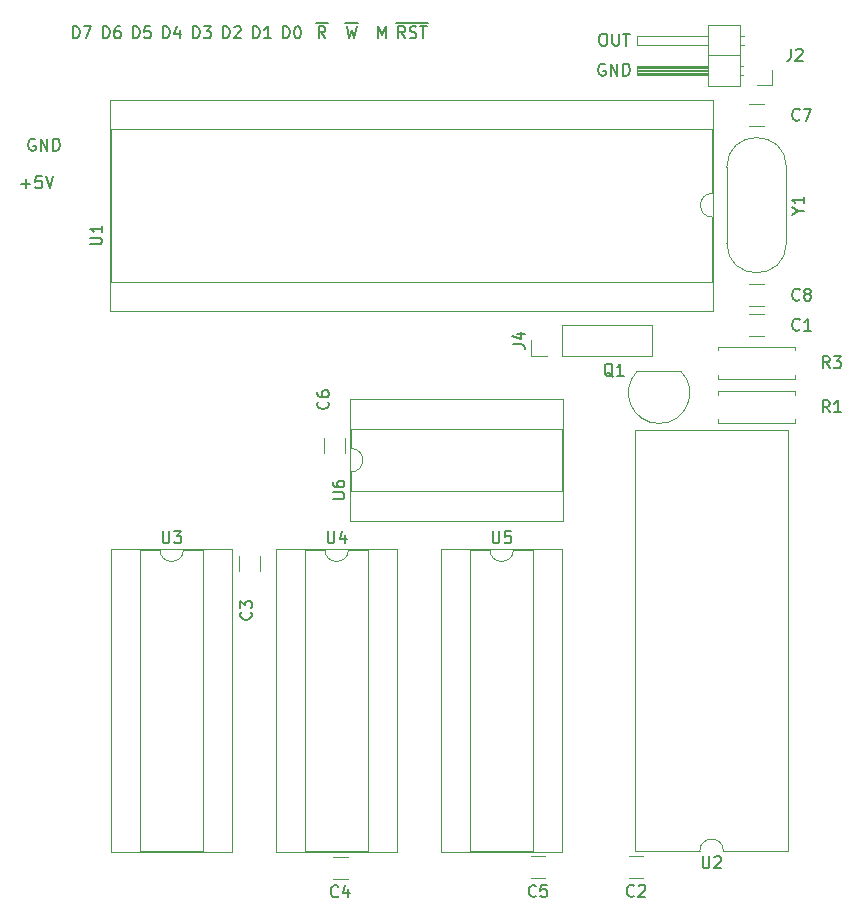
<source format=gbr>
%TF.GenerationSoftware,KiCad,Pcbnew,(6.0.4)*%
%TF.CreationDate,2022-05-02T18:26:09+02:00*%
%TF.ProjectId,TMS9918,544d5339-3931-4382-9e6b-696361645f70,1.2*%
%TF.SameCoordinates,Original*%
%TF.FileFunction,Legend,Top*%
%TF.FilePolarity,Positive*%
%FSLAX46Y46*%
G04 Gerber Fmt 4.6, Leading zero omitted, Abs format (unit mm)*
G04 Created by KiCad (PCBNEW (6.0.4)) date 2022-05-02 18:26:09*
%MOMM*%
%LPD*%
G01*
G04 APERTURE LIST*
%ADD10C,0.150000*%
%ADD11C,0.120000*%
G04 APERTURE END LIST*
D10*
X55141904Y-62047380D02*
X55141904Y-61047380D01*
X55380000Y-61047380D01*
X55522857Y-61095000D01*
X55618095Y-61190238D01*
X55665714Y-61285476D01*
X55713333Y-61475952D01*
X55713333Y-61618809D01*
X55665714Y-61809285D01*
X55618095Y-61904523D01*
X55522857Y-61999761D01*
X55380000Y-62047380D01*
X55141904Y-62047380D01*
X56618095Y-61047380D02*
X56141904Y-61047380D01*
X56094285Y-61523571D01*
X56141904Y-61475952D01*
X56237142Y-61428333D01*
X56475238Y-61428333D01*
X56570476Y-61475952D01*
X56618095Y-61523571D01*
X56665714Y-61618809D01*
X56665714Y-61856904D01*
X56618095Y-61952142D01*
X56570476Y-61999761D01*
X56475238Y-62047380D01*
X56237142Y-62047380D01*
X56141904Y-61999761D01*
X56094285Y-61952142D01*
X70620000Y-60765000D02*
X71620000Y-60765000D01*
X71429523Y-62047380D02*
X71096190Y-61571190D01*
X70858095Y-62047380D02*
X70858095Y-61047380D01*
X71239047Y-61047380D01*
X71334285Y-61095000D01*
X71381904Y-61142619D01*
X71429523Y-61237857D01*
X71429523Y-61380714D01*
X71381904Y-61475952D01*
X71334285Y-61523571D01*
X71239047Y-61571190D01*
X70858095Y-61571190D01*
X95123095Y-64270000D02*
X95027857Y-64222380D01*
X94885000Y-64222380D01*
X94742142Y-64270000D01*
X94646904Y-64365238D01*
X94599285Y-64460476D01*
X94551666Y-64650952D01*
X94551666Y-64793809D01*
X94599285Y-64984285D01*
X94646904Y-65079523D01*
X94742142Y-65174761D01*
X94885000Y-65222380D01*
X94980238Y-65222380D01*
X95123095Y-65174761D01*
X95170714Y-65127142D01*
X95170714Y-64793809D01*
X94980238Y-64793809D01*
X95599285Y-65222380D02*
X95599285Y-64222380D01*
X96170714Y-65222380D01*
X96170714Y-64222380D01*
X96646904Y-65222380D02*
X96646904Y-64222380D01*
X96885000Y-64222380D01*
X97027857Y-64270000D01*
X97123095Y-64365238D01*
X97170714Y-64460476D01*
X97218333Y-64650952D01*
X97218333Y-64793809D01*
X97170714Y-64984285D01*
X97123095Y-65079523D01*
X97027857Y-65174761D01*
X96885000Y-65222380D01*
X96646904Y-65222380D01*
X52601904Y-62047380D02*
X52601904Y-61047380D01*
X52840000Y-61047380D01*
X52982857Y-61095000D01*
X53078095Y-61190238D01*
X53125714Y-61285476D01*
X53173333Y-61475952D01*
X53173333Y-61618809D01*
X53125714Y-61809285D01*
X53078095Y-61904523D01*
X52982857Y-61999761D01*
X52840000Y-62047380D01*
X52601904Y-62047380D01*
X54030476Y-61047380D02*
X53840000Y-61047380D01*
X53744761Y-61095000D01*
X53697142Y-61142619D01*
X53601904Y-61285476D01*
X53554285Y-61475952D01*
X53554285Y-61856904D01*
X53601904Y-61952142D01*
X53649523Y-61999761D01*
X53744761Y-62047380D01*
X53935238Y-62047380D01*
X54030476Y-61999761D01*
X54078095Y-61952142D01*
X54125714Y-61856904D01*
X54125714Y-61618809D01*
X54078095Y-61523571D01*
X54030476Y-61475952D01*
X53935238Y-61428333D01*
X53744761Y-61428333D01*
X53649523Y-61475952D01*
X53601904Y-61523571D01*
X53554285Y-61618809D01*
X45704285Y-74366428D02*
X46466190Y-74366428D01*
X46085238Y-74747380D02*
X46085238Y-73985476D01*
X47418571Y-73747380D02*
X46942380Y-73747380D01*
X46894761Y-74223571D01*
X46942380Y-74175952D01*
X47037619Y-74128333D01*
X47275714Y-74128333D01*
X47370952Y-74175952D01*
X47418571Y-74223571D01*
X47466190Y-74318809D01*
X47466190Y-74556904D01*
X47418571Y-74652142D01*
X47370952Y-74699761D01*
X47275714Y-74747380D01*
X47037619Y-74747380D01*
X46942380Y-74699761D01*
X46894761Y-74652142D01*
X47751904Y-73747380D02*
X48085238Y-74747380D01*
X48418571Y-73747380D01*
X77382857Y-60765000D02*
X78382857Y-60765000D01*
X78192380Y-62047380D02*
X77859047Y-61571190D01*
X77620952Y-62047380D02*
X77620952Y-61047380D01*
X78001904Y-61047380D01*
X78097142Y-61095000D01*
X78144761Y-61142619D01*
X78192380Y-61237857D01*
X78192380Y-61380714D01*
X78144761Y-61475952D01*
X78097142Y-61523571D01*
X78001904Y-61571190D01*
X77620952Y-61571190D01*
X78382857Y-60765000D02*
X79335238Y-60765000D01*
X78573333Y-61999761D02*
X78716190Y-62047380D01*
X78954285Y-62047380D01*
X79049523Y-61999761D01*
X79097142Y-61952142D01*
X79144761Y-61856904D01*
X79144761Y-61761666D01*
X79097142Y-61666428D01*
X79049523Y-61618809D01*
X78954285Y-61571190D01*
X78763809Y-61523571D01*
X78668571Y-61475952D01*
X78620952Y-61428333D01*
X78573333Y-61333095D01*
X78573333Y-61237857D01*
X78620952Y-61142619D01*
X78668571Y-61095000D01*
X78763809Y-61047380D01*
X79001904Y-61047380D01*
X79144761Y-61095000D01*
X79335238Y-60765000D02*
X80097142Y-60765000D01*
X79430476Y-61047380D02*
X80001904Y-61047380D01*
X79716190Y-62047380D02*
X79716190Y-61047380D01*
X57681904Y-62047380D02*
X57681904Y-61047380D01*
X57920000Y-61047380D01*
X58062857Y-61095000D01*
X58158095Y-61190238D01*
X58205714Y-61285476D01*
X58253333Y-61475952D01*
X58253333Y-61618809D01*
X58205714Y-61809285D01*
X58158095Y-61904523D01*
X58062857Y-61999761D01*
X57920000Y-62047380D01*
X57681904Y-62047380D01*
X59110476Y-61380714D02*
X59110476Y-62047380D01*
X58872380Y-60999761D02*
X58634285Y-61714047D01*
X59253333Y-61714047D01*
X50061904Y-62047380D02*
X50061904Y-61047380D01*
X50300000Y-61047380D01*
X50442857Y-61095000D01*
X50538095Y-61190238D01*
X50585714Y-61285476D01*
X50633333Y-61475952D01*
X50633333Y-61618809D01*
X50585714Y-61809285D01*
X50538095Y-61904523D01*
X50442857Y-61999761D01*
X50300000Y-62047380D01*
X50061904Y-62047380D01*
X50966666Y-61047380D02*
X51633333Y-61047380D01*
X51204761Y-62047380D01*
X94885000Y-61682380D02*
X95075476Y-61682380D01*
X95170714Y-61730000D01*
X95265952Y-61825238D01*
X95313571Y-62015714D01*
X95313571Y-62349047D01*
X95265952Y-62539523D01*
X95170714Y-62634761D01*
X95075476Y-62682380D01*
X94885000Y-62682380D01*
X94789761Y-62634761D01*
X94694523Y-62539523D01*
X94646904Y-62349047D01*
X94646904Y-62015714D01*
X94694523Y-61825238D01*
X94789761Y-61730000D01*
X94885000Y-61682380D01*
X95742142Y-61682380D02*
X95742142Y-62491904D01*
X95789761Y-62587142D01*
X95837380Y-62634761D01*
X95932619Y-62682380D01*
X96123095Y-62682380D01*
X96218333Y-62634761D01*
X96265952Y-62587142D01*
X96313571Y-62491904D01*
X96313571Y-61682380D01*
X96646904Y-61682380D02*
X97218333Y-61682380D01*
X96932619Y-62682380D02*
X96932619Y-61682380D01*
X60221904Y-62047380D02*
X60221904Y-61047380D01*
X60460000Y-61047380D01*
X60602857Y-61095000D01*
X60698095Y-61190238D01*
X60745714Y-61285476D01*
X60793333Y-61475952D01*
X60793333Y-61618809D01*
X60745714Y-61809285D01*
X60698095Y-61904523D01*
X60602857Y-61999761D01*
X60460000Y-62047380D01*
X60221904Y-62047380D01*
X61126666Y-61047380D02*
X61745714Y-61047380D01*
X61412380Y-61428333D01*
X61555238Y-61428333D01*
X61650476Y-61475952D01*
X61698095Y-61523571D01*
X61745714Y-61618809D01*
X61745714Y-61856904D01*
X61698095Y-61952142D01*
X61650476Y-61999761D01*
X61555238Y-62047380D01*
X61269523Y-62047380D01*
X61174285Y-61999761D01*
X61126666Y-61952142D01*
X73088571Y-60765000D02*
X74231428Y-60765000D01*
X73231428Y-61047380D02*
X73469523Y-62047380D01*
X73660000Y-61333095D01*
X73850476Y-62047380D01*
X74088571Y-61047380D01*
X46863095Y-70620000D02*
X46767857Y-70572380D01*
X46625000Y-70572380D01*
X46482142Y-70620000D01*
X46386904Y-70715238D01*
X46339285Y-70810476D01*
X46291666Y-71000952D01*
X46291666Y-71143809D01*
X46339285Y-71334285D01*
X46386904Y-71429523D01*
X46482142Y-71524761D01*
X46625000Y-71572380D01*
X46720238Y-71572380D01*
X46863095Y-71524761D01*
X46910714Y-71477142D01*
X46910714Y-71143809D01*
X46720238Y-71143809D01*
X47339285Y-71572380D02*
X47339285Y-70572380D01*
X47910714Y-71572380D01*
X47910714Y-70572380D01*
X48386904Y-71572380D02*
X48386904Y-70572380D01*
X48625000Y-70572380D01*
X48767857Y-70620000D01*
X48863095Y-70715238D01*
X48910714Y-70810476D01*
X48958333Y-71000952D01*
X48958333Y-71143809D01*
X48910714Y-71334285D01*
X48863095Y-71429523D01*
X48767857Y-71524761D01*
X48625000Y-71572380D01*
X48386904Y-71572380D01*
X65301904Y-62047380D02*
X65301904Y-61047380D01*
X65540000Y-61047380D01*
X65682857Y-61095000D01*
X65778095Y-61190238D01*
X65825714Y-61285476D01*
X65873333Y-61475952D01*
X65873333Y-61618809D01*
X65825714Y-61809285D01*
X65778095Y-61904523D01*
X65682857Y-61999761D01*
X65540000Y-62047380D01*
X65301904Y-62047380D01*
X66825714Y-62047380D02*
X66254285Y-62047380D01*
X66540000Y-62047380D02*
X66540000Y-61047380D01*
X66444761Y-61190238D01*
X66349523Y-61285476D01*
X66254285Y-61333095D01*
X75866666Y-62047380D02*
X75866666Y-61047380D01*
X76200000Y-61761666D01*
X76533333Y-61047380D01*
X76533333Y-62047380D01*
X67841904Y-62047380D02*
X67841904Y-61047380D01*
X68080000Y-61047380D01*
X68222857Y-61095000D01*
X68318095Y-61190238D01*
X68365714Y-61285476D01*
X68413333Y-61475952D01*
X68413333Y-61618809D01*
X68365714Y-61809285D01*
X68318095Y-61904523D01*
X68222857Y-61999761D01*
X68080000Y-62047380D01*
X67841904Y-62047380D01*
X69032380Y-61047380D02*
X69127619Y-61047380D01*
X69222857Y-61095000D01*
X69270476Y-61142619D01*
X69318095Y-61237857D01*
X69365714Y-61428333D01*
X69365714Y-61666428D01*
X69318095Y-61856904D01*
X69270476Y-61952142D01*
X69222857Y-61999761D01*
X69127619Y-62047380D01*
X69032380Y-62047380D01*
X68937142Y-61999761D01*
X68889523Y-61952142D01*
X68841904Y-61856904D01*
X68794285Y-61666428D01*
X68794285Y-61428333D01*
X68841904Y-61237857D01*
X68889523Y-61142619D01*
X68937142Y-61095000D01*
X69032380Y-61047380D01*
X62761904Y-62047380D02*
X62761904Y-61047380D01*
X63000000Y-61047380D01*
X63142857Y-61095000D01*
X63238095Y-61190238D01*
X63285714Y-61285476D01*
X63333333Y-61475952D01*
X63333333Y-61618809D01*
X63285714Y-61809285D01*
X63238095Y-61904523D01*
X63142857Y-61999761D01*
X63000000Y-62047380D01*
X62761904Y-62047380D01*
X63714285Y-61142619D02*
X63761904Y-61095000D01*
X63857142Y-61047380D01*
X64095238Y-61047380D01*
X64190476Y-61095000D01*
X64238095Y-61142619D01*
X64285714Y-61237857D01*
X64285714Y-61333095D01*
X64238095Y-61475952D01*
X63666666Y-62047380D01*
X64285714Y-62047380D01*
%TO.C,C8*%
X111593333Y-84177142D02*
X111545714Y-84224761D01*
X111402857Y-84272380D01*
X111307619Y-84272380D01*
X111164761Y-84224761D01*
X111069523Y-84129523D01*
X111021904Y-84034285D01*
X110974285Y-83843809D01*
X110974285Y-83700952D01*
X111021904Y-83510476D01*
X111069523Y-83415238D01*
X111164761Y-83320000D01*
X111307619Y-83272380D01*
X111402857Y-83272380D01*
X111545714Y-83320000D01*
X111593333Y-83367619D01*
X112164761Y-83700952D02*
X112069523Y-83653333D01*
X112021904Y-83605714D01*
X111974285Y-83510476D01*
X111974285Y-83462857D01*
X112021904Y-83367619D01*
X112069523Y-83320000D01*
X112164761Y-83272380D01*
X112355238Y-83272380D01*
X112450476Y-83320000D01*
X112498095Y-83367619D01*
X112545714Y-83462857D01*
X112545714Y-83510476D01*
X112498095Y-83605714D01*
X112450476Y-83653333D01*
X112355238Y-83700952D01*
X112164761Y-83700952D01*
X112069523Y-83748571D01*
X112021904Y-83796190D01*
X111974285Y-83891428D01*
X111974285Y-84081904D01*
X112021904Y-84177142D01*
X112069523Y-84224761D01*
X112164761Y-84272380D01*
X112355238Y-84272380D01*
X112450476Y-84224761D01*
X112498095Y-84177142D01*
X112545714Y-84081904D01*
X112545714Y-83891428D01*
X112498095Y-83796190D01*
X112450476Y-83748571D01*
X112355238Y-83700952D01*
%TO.C,J4*%
X87302380Y-87963333D02*
X88016666Y-87963333D01*
X88159523Y-88010952D01*
X88254761Y-88106190D01*
X88302380Y-88249047D01*
X88302380Y-88344285D01*
X87635714Y-87058571D02*
X88302380Y-87058571D01*
X87254761Y-87296666D02*
X87969047Y-87534761D01*
X87969047Y-86915714D01*
%TO.C,U2*%
X103383095Y-131322380D02*
X103383095Y-132131904D01*
X103430714Y-132227142D01*
X103478333Y-132274761D01*
X103573571Y-132322380D01*
X103764047Y-132322380D01*
X103859285Y-132274761D01*
X103906904Y-132227142D01*
X103954523Y-132131904D01*
X103954523Y-131322380D01*
X104383095Y-131417619D02*
X104430714Y-131370000D01*
X104525952Y-131322380D01*
X104764047Y-131322380D01*
X104859285Y-131370000D01*
X104906904Y-131417619D01*
X104954523Y-131512857D01*
X104954523Y-131608095D01*
X104906904Y-131750952D01*
X104335476Y-132322380D01*
X104954523Y-132322380D01*
%TO.C,U1*%
X51522380Y-79501904D02*
X52331904Y-79501904D01*
X52427142Y-79454285D01*
X52474761Y-79406666D01*
X52522380Y-79311428D01*
X52522380Y-79120952D01*
X52474761Y-79025714D01*
X52427142Y-78978095D01*
X52331904Y-78930476D01*
X51522380Y-78930476D01*
X52522380Y-77930476D02*
X52522380Y-78501904D01*
X52522380Y-78216190D02*
X51522380Y-78216190D01*
X51665238Y-78311428D01*
X51760476Y-78406666D01*
X51808095Y-78501904D01*
%TO.C,Y1*%
X111451190Y-76666190D02*
X111927380Y-76666190D01*
X110927380Y-76999523D02*
X111451190Y-76666190D01*
X110927380Y-76332857D01*
X111927380Y-75475714D02*
X111927380Y-76047142D01*
X111927380Y-75761428D02*
X110927380Y-75761428D01*
X111070238Y-75856666D01*
X111165476Y-75951904D01*
X111213095Y-76047142D01*
%TO.C,U6*%
X72047380Y-101081904D02*
X72856904Y-101081904D01*
X72952142Y-101034285D01*
X72999761Y-100986666D01*
X73047380Y-100891428D01*
X73047380Y-100700952D01*
X72999761Y-100605714D01*
X72952142Y-100558095D01*
X72856904Y-100510476D01*
X72047380Y-100510476D01*
X72047380Y-99605714D02*
X72047380Y-99796190D01*
X72095000Y-99891428D01*
X72142619Y-99939047D01*
X72285476Y-100034285D01*
X72475952Y-100081904D01*
X72856904Y-100081904D01*
X72952142Y-100034285D01*
X72999761Y-99986666D01*
X73047380Y-99891428D01*
X73047380Y-99700952D01*
X72999761Y-99605714D01*
X72952142Y-99558095D01*
X72856904Y-99510476D01*
X72618809Y-99510476D01*
X72523571Y-99558095D01*
X72475952Y-99605714D01*
X72428333Y-99700952D01*
X72428333Y-99891428D01*
X72475952Y-99986666D01*
X72523571Y-100034285D01*
X72618809Y-100081904D01*
%TO.C,C6*%
X71644798Y-92831195D02*
X71692417Y-92878814D01*
X71740036Y-93021671D01*
X71740036Y-93116909D01*
X71692417Y-93259767D01*
X71597179Y-93355005D01*
X71501941Y-93402624D01*
X71311465Y-93450243D01*
X71168608Y-93450243D01*
X70978132Y-93402624D01*
X70882894Y-93355005D01*
X70787656Y-93259767D01*
X70740036Y-93116909D01*
X70740036Y-93021671D01*
X70787656Y-92878814D01*
X70835275Y-92831195D01*
X70740036Y-91974052D02*
X70740036Y-92164529D01*
X70787656Y-92259767D01*
X70835275Y-92307386D01*
X70978132Y-92402624D01*
X71168608Y-92450243D01*
X71549560Y-92450243D01*
X71644798Y-92402624D01*
X71692417Y-92355005D01*
X71740036Y-92259767D01*
X71740036Y-92069290D01*
X71692417Y-91974052D01*
X71644798Y-91926433D01*
X71549560Y-91878814D01*
X71311465Y-91878814D01*
X71216227Y-91926433D01*
X71168608Y-91974052D01*
X71120989Y-92069290D01*
X71120989Y-92259767D01*
X71168608Y-92355005D01*
X71216227Y-92402624D01*
X71311465Y-92450243D01*
%TO.C,C7*%
X111593333Y-68937142D02*
X111545714Y-68984761D01*
X111402857Y-69032380D01*
X111307619Y-69032380D01*
X111164761Y-68984761D01*
X111069523Y-68889523D01*
X111021904Y-68794285D01*
X110974285Y-68603809D01*
X110974285Y-68460952D01*
X111021904Y-68270476D01*
X111069523Y-68175238D01*
X111164761Y-68080000D01*
X111307619Y-68032380D01*
X111402857Y-68032380D01*
X111545714Y-68080000D01*
X111593333Y-68127619D01*
X111926666Y-68032380D02*
X112593333Y-68032380D01*
X112164761Y-69032380D01*
%TO.C,C2*%
X97574190Y-134646692D02*
X97526571Y-134694311D01*
X97383714Y-134741930D01*
X97288476Y-134741930D01*
X97145618Y-134694311D01*
X97050380Y-134599073D01*
X97002761Y-134503835D01*
X96955142Y-134313359D01*
X96955142Y-134170502D01*
X97002761Y-133980026D01*
X97050380Y-133884788D01*
X97145618Y-133789550D01*
X97288476Y-133741930D01*
X97383714Y-133741930D01*
X97526571Y-133789550D01*
X97574190Y-133837169D01*
X97955142Y-133837169D02*
X98002761Y-133789550D01*
X98097999Y-133741930D01*
X98336095Y-133741930D01*
X98431333Y-133789550D01*
X98478952Y-133837169D01*
X98526571Y-133932407D01*
X98526571Y-134027645D01*
X98478952Y-134170502D01*
X97907523Y-134741930D01*
X98526571Y-134741930D01*
%TO.C,C4*%
X72523251Y-134688694D02*
X72475632Y-134736313D01*
X72332775Y-134783932D01*
X72237537Y-134783932D01*
X72094679Y-134736313D01*
X71999441Y-134641075D01*
X71951822Y-134545837D01*
X71904203Y-134355361D01*
X71904203Y-134212504D01*
X71951822Y-134022028D01*
X71999441Y-133926790D01*
X72094679Y-133831552D01*
X72237537Y-133783932D01*
X72332775Y-133783932D01*
X72475632Y-133831552D01*
X72523251Y-133879171D01*
X73380394Y-134117266D02*
X73380394Y-134783932D01*
X73142298Y-133736313D02*
X72904203Y-134450599D01*
X73523251Y-134450599D01*
%TO.C,J2*%
X110861666Y-62947380D02*
X110861666Y-63661666D01*
X110814047Y-63804523D01*
X110718809Y-63899761D01*
X110575952Y-63947380D01*
X110480714Y-63947380D01*
X111290238Y-63042619D02*
X111337857Y-62995000D01*
X111433095Y-62947380D01*
X111671190Y-62947380D01*
X111766428Y-62995000D01*
X111814047Y-63042619D01*
X111861666Y-63137857D01*
X111861666Y-63233095D01*
X111814047Y-63375952D01*
X111242619Y-63947380D01*
X111861666Y-63947380D01*
%TO.C,U5*%
X85608095Y-103807380D02*
X85608095Y-104616904D01*
X85655714Y-104712142D01*
X85703333Y-104759761D01*
X85798571Y-104807380D01*
X85989047Y-104807380D01*
X86084285Y-104759761D01*
X86131904Y-104712142D01*
X86179523Y-104616904D01*
X86179523Y-103807380D01*
X87131904Y-103807380D02*
X86655714Y-103807380D01*
X86608095Y-104283571D01*
X86655714Y-104235952D01*
X86750952Y-104188333D01*
X86989047Y-104188333D01*
X87084285Y-104235952D01*
X87131904Y-104283571D01*
X87179523Y-104378809D01*
X87179523Y-104616904D01*
X87131904Y-104712142D01*
X87084285Y-104759761D01*
X86989047Y-104807380D01*
X86750952Y-104807380D01*
X86655714Y-104759761D01*
X86608095Y-104712142D01*
%TO.C,C3*%
X65127142Y-110656666D02*
X65174761Y-110704285D01*
X65222380Y-110847142D01*
X65222380Y-110942380D01*
X65174761Y-111085238D01*
X65079523Y-111180476D01*
X64984285Y-111228095D01*
X64793809Y-111275714D01*
X64650952Y-111275714D01*
X64460476Y-111228095D01*
X64365238Y-111180476D01*
X64270000Y-111085238D01*
X64222380Y-110942380D01*
X64222380Y-110847142D01*
X64270000Y-110704285D01*
X64317619Y-110656666D01*
X64222380Y-110323333D02*
X64222380Y-109704285D01*
X64603333Y-110037619D01*
X64603333Y-109894761D01*
X64650952Y-109799523D01*
X64698571Y-109751904D01*
X64793809Y-109704285D01*
X65031904Y-109704285D01*
X65127142Y-109751904D01*
X65174761Y-109799523D01*
X65222380Y-109894761D01*
X65222380Y-110180476D01*
X65174761Y-110275714D01*
X65127142Y-110323333D01*
%TO.C,Q1*%
X95789761Y-90717619D02*
X95694523Y-90670000D01*
X95599285Y-90574761D01*
X95456428Y-90431904D01*
X95361190Y-90384285D01*
X95265952Y-90384285D01*
X95313571Y-90622380D02*
X95218333Y-90574761D01*
X95123095Y-90479523D01*
X95075476Y-90289047D01*
X95075476Y-89955714D01*
X95123095Y-89765238D01*
X95218333Y-89670000D01*
X95313571Y-89622380D01*
X95504047Y-89622380D01*
X95599285Y-89670000D01*
X95694523Y-89765238D01*
X95742142Y-89955714D01*
X95742142Y-90289047D01*
X95694523Y-90479523D01*
X95599285Y-90574761D01*
X95504047Y-90622380D01*
X95313571Y-90622380D01*
X96694523Y-90622380D02*
X96123095Y-90622380D01*
X96408809Y-90622380D02*
X96408809Y-89622380D01*
X96313571Y-89765238D01*
X96218333Y-89860476D01*
X96123095Y-89908095D01*
%TO.C,R1*%
X114133333Y-93721926D02*
X113800000Y-93245736D01*
X113561904Y-93721926D02*
X113561904Y-92721926D01*
X113942857Y-92721926D01*
X114038095Y-92769546D01*
X114085714Y-92817165D01*
X114133333Y-92912403D01*
X114133333Y-93055260D01*
X114085714Y-93150498D01*
X114038095Y-93198117D01*
X113942857Y-93245736D01*
X113561904Y-93245736D01*
X115085714Y-93721926D02*
X114514285Y-93721926D01*
X114800000Y-93721926D02*
X114800000Y-92721926D01*
X114704761Y-92864784D01*
X114609523Y-92960022D01*
X114514285Y-93007641D01*
%TO.C,R3*%
X114133333Y-89987380D02*
X113800000Y-89511190D01*
X113561904Y-89987380D02*
X113561904Y-88987380D01*
X113942857Y-88987380D01*
X114038095Y-89035000D01*
X114085714Y-89082619D01*
X114133333Y-89177857D01*
X114133333Y-89320714D01*
X114085714Y-89415952D01*
X114038095Y-89463571D01*
X113942857Y-89511190D01*
X113561904Y-89511190D01*
X114466666Y-88987380D02*
X115085714Y-88987380D01*
X114752380Y-89368333D01*
X114895238Y-89368333D01*
X114990476Y-89415952D01*
X115038095Y-89463571D01*
X115085714Y-89558809D01*
X115085714Y-89796904D01*
X115038095Y-89892142D01*
X114990476Y-89939761D01*
X114895238Y-89987380D01*
X114609523Y-89987380D01*
X114514285Y-89939761D01*
X114466666Y-89892142D01*
%TO.C,C1*%
X111593333Y-86717142D02*
X111545714Y-86764761D01*
X111402857Y-86812380D01*
X111307619Y-86812380D01*
X111164761Y-86764761D01*
X111069523Y-86669523D01*
X111021904Y-86574285D01*
X110974285Y-86383809D01*
X110974285Y-86240952D01*
X111021904Y-86050476D01*
X111069523Y-85955238D01*
X111164761Y-85860000D01*
X111307619Y-85812380D01*
X111402857Y-85812380D01*
X111545714Y-85860000D01*
X111593333Y-85907619D01*
X112545714Y-86812380D02*
X111974285Y-86812380D01*
X112260000Y-86812380D02*
X112260000Y-85812380D01*
X112164761Y-85955238D01*
X112069523Y-86050476D01*
X111974285Y-86098095D01*
%TO.C,C5*%
X89269155Y-134650276D02*
X89221536Y-134697895D01*
X89078679Y-134745514D01*
X88983441Y-134745514D01*
X88840583Y-134697895D01*
X88745345Y-134602657D01*
X88697726Y-134507419D01*
X88650107Y-134316943D01*
X88650107Y-134174086D01*
X88697726Y-133983610D01*
X88745345Y-133888372D01*
X88840583Y-133793134D01*
X88983441Y-133745514D01*
X89078679Y-133745514D01*
X89221536Y-133793134D01*
X89269155Y-133840753D01*
X90173917Y-133745514D02*
X89697726Y-133745514D01*
X89650107Y-134221705D01*
X89697726Y-134174086D01*
X89792964Y-134126467D01*
X90031060Y-134126467D01*
X90126298Y-134174086D01*
X90173917Y-134221705D01*
X90221536Y-134316943D01*
X90221536Y-134555038D01*
X90173917Y-134650276D01*
X90126298Y-134697895D01*
X90031060Y-134745514D01*
X89792964Y-134745514D01*
X89697726Y-134697895D01*
X89650107Y-134650276D01*
%TO.C,U4*%
X71638095Y-103807380D02*
X71638095Y-104616904D01*
X71685714Y-104712142D01*
X71733333Y-104759761D01*
X71828571Y-104807380D01*
X72019047Y-104807380D01*
X72114285Y-104759761D01*
X72161904Y-104712142D01*
X72209523Y-104616904D01*
X72209523Y-103807380D01*
X73114285Y-104140714D02*
X73114285Y-104807380D01*
X72876190Y-103759761D02*
X72638095Y-104474047D01*
X73257142Y-104474047D01*
%TO.C,U3*%
X57668095Y-103807380D02*
X57668095Y-104616904D01*
X57715714Y-104712142D01*
X57763333Y-104759761D01*
X57858571Y-104807380D01*
X58049047Y-104807380D01*
X58144285Y-104759761D01*
X58191904Y-104712142D01*
X58239523Y-104616904D01*
X58239523Y-103807380D01*
X58620476Y-103807380D02*
X59239523Y-103807380D01*
X58906190Y-104188333D01*
X59049047Y-104188333D01*
X59144285Y-104235952D01*
X59191904Y-104283571D01*
X59239523Y-104378809D01*
X59239523Y-104616904D01*
X59191904Y-104712142D01*
X59144285Y-104759761D01*
X59049047Y-104807380D01*
X58763333Y-104807380D01*
X58668095Y-104759761D01*
X58620476Y-104712142D01*
D11*
%TO.C,C8*%
X107301000Y-84740000D02*
X108559000Y-84740000D01*
X107301000Y-82900000D02*
X108559000Y-82900000D01*
%TO.C,J4*%
X99130000Y-88960000D02*
X99130000Y-86300000D01*
X90180000Y-88960000D02*
X88850000Y-88960000D01*
X88850000Y-88960000D02*
X88850000Y-87630000D01*
X91450000Y-88960000D02*
X99130000Y-88960000D01*
X91450000Y-86300000D02*
X99130000Y-86300000D01*
X91450000Y-88960000D02*
X91450000Y-86300000D01*
%TO.C,U2*%
X105145000Y-130870000D02*
X110605000Y-130870000D01*
X110605000Y-95190000D02*
X97685000Y-95190000D01*
X110605000Y-130870000D02*
X110605000Y-95190000D01*
X97685000Y-95190000D02*
X97685000Y-130870000D01*
X97685000Y-130870000D02*
X103145000Y-130870000D01*
X105145000Y-130870000D02*
G75*
G03*
X103145000Y-130870000I-1000000J0D01*
G01*
%TO.C,U1*%
X53215000Y-67245000D02*
X53215000Y-85145000D01*
X104195000Y-82655000D02*
X104195000Y-77195000D01*
X104195000Y-69735000D02*
X53275000Y-69735000D01*
X104195000Y-75195000D02*
X104195000Y-69735000D01*
X104255000Y-85145000D02*
X104255000Y-67245000D01*
X53275000Y-69735000D02*
X53275000Y-82655000D01*
X104255000Y-67245000D02*
X53215000Y-67245000D01*
X53215000Y-85145000D02*
X104255000Y-85145000D01*
X53275000Y-82655000D02*
X104195000Y-82655000D01*
X104195000Y-75195000D02*
G75*
G03*
X104195000Y-77195000I0J-1000000D01*
G01*
%TO.C,Y1*%
X105425000Y-72990000D02*
X105425000Y-79390000D01*
X110475000Y-72990000D02*
X110475000Y-79390000D01*
X110475000Y-72990000D02*
G75*
G03*
X105425000Y-72990000I-2525000J0D01*
G01*
X105425000Y-79390000D02*
G75*
G03*
X110475000Y-79390000I2525000J0D01*
G01*
%TO.C,U6*%
X73535000Y-102920000D02*
X91555000Y-102920000D01*
X91555000Y-102920000D02*
X91555000Y-92640000D01*
X73595000Y-98780000D02*
X73595000Y-100430000D01*
X91555000Y-92640000D02*
X73535000Y-92640000D01*
X73535000Y-92640000D02*
X73535000Y-102920000D01*
X91495000Y-95130000D02*
X73595000Y-95130000D01*
X73595000Y-95130000D02*
X73595000Y-96780000D01*
X91495000Y-100430000D02*
X91495000Y-95130000D01*
X73595000Y-100430000D02*
X91495000Y-100430000D01*
X73595000Y-98780000D02*
G75*
G03*
X73595000Y-96780000I0J1000000D01*
G01*
%TO.C,C6*%
X71287656Y-95880986D02*
X71287656Y-97138986D01*
X73127656Y-95880986D02*
X73127656Y-97138986D01*
%TO.C,C7*%
X107301000Y-67660000D02*
X108559000Y-67660000D01*
X107301000Y-69500000D02*
X108559000Y-69500000D01*
%TO.C,C2*%
X98369857Y-133159550D02*
X97111857Y-133159550D01*
X98369857Y-131319550D02*
X97111857Y-131319550D01*
%TO.C,C4*%
X73318918Y-131361552D02*
X72060918Y-131361552D01*
X73318918Y-133201552D02*
X72060918Y-133201552D01*
%TO.C,J2*%
X106907071Y-62610000D02*
X106510000Y-62610000D01*
X103850000Y-64970000D02*
X97850000Y-64970000D01*
X106840000Y-64390000D02*
X106510000Y-64390000D01*
X103850000Y-64850000D02*
X97850000Y-64850000D01*
X97850000Y-61850000D02*
X103850000Y-61850000D01*
X109220000Y-64770000D02*
X109220000Y-66040000D01*
X97850000Y-62610000D02*
X97850000Y-61850000D01*
X103850000Y-64490000D02*
X97850000Y-64490000D01*
X97850000Y-65150000D02*
X97850000Y-64390000D01*
X103850000Y-64730000D02*
X97850000Y-64730000D01*
X103850000Y-64610000D02*
X97850000Y-64610000D01*
X109220000Y-66040000D02*
X107950000Y-66040000D01*
X106510000Y-63500000D02*
X103850000Y-63500000D01*
X97850000Y-64390000D02*
X103850000Y-64390000D01*
X103850000Y-65090000D02*
X97850000Y-65090000D01*
X106510000Y-66100000D02*
X106510000Y-60900000D01*
X103850000Y-60900000D02*
X103850000Y-66100000D01*
X103850000Y-65150000D02*
X97850000Y-65150000D01*
X103850000Y-66100000D02*
X106510000Y-66100000D01*
X106907071Y-61850000D02*
X106510000Y-61850000D01*
X103850000Y-62610000D02*
X97850000Y-62610000D01*
X106840000Y-65150000D02*
X106510000Y-65150000D01*
X106510000Y-60900000D02*
X103850000Y-60900000D01*
%TO.C,U5*%
X81230000Y-105295000D02*
X81230000Y-130935000D01*
X91510000Y-130935000D02*
X91510000Y-105295000D01*
X85370000Y-105355000D02*
X83720000Y-105355000D01*
X81230000Y-130935000D02*
X91510000Y-130935000D01*
X91510000Y-105295000D02*
X81230000Y-105295000D01*
X89020000Y-130875000D02*
X89020000Y-105355000D01*
X83720000Y-105355000D02*
X83720000Y-130875000D01*
X83720000Y-130875000D02*
X89020000Y-130875000D01*
X89020000Y-105355000D02*
X87370000Y-105355000D01*
X85370000Y-105355000D02*
G75*
G03*
X87370000Y-105355000I1000000J0D01*
G01*
%TO.C,C3*%
X65943254Y-107173320D02*
X65943254Y-105915320D01*
X64103254Y-107173320D02*
X64103254Y-105915320D01*
%TO.C,Q1*%
X101495000Y-90225000D02*
X97895000Y-90225000D01*
X97856522Y-90236522D02*
G75*
G03*
X99695000Y-94675000I1838478J-1838478D01*
G01*
X99695000Y-94675001D02*
G75*
G03*
X101533478Y-90236522I0J2600001D01*
G01*
%TO.C,R1*%
X104680000Y-94309546D02*
X104680000Y-94639546D01*
X104680000Y-91899546D02*
X111220000Y-91899546D01*
X111220000Y-94639546D02*
X111220000Y-94309546D01*
X104680000Y-92229546D02*
X104680000Y-91899546D01*
X104680000Y-94639546D02*
X111220000Y-94639546D01*
X111220000Y-91899546D02*
X111220000Y-92229546D01*
%TO.C,R3*%
X111220000Y-88165000D02*
X111220000Y-88495000D01*
X111220000Y-90905000D02*
X111220000Y-90575000D01*
X104680000Y-90575000D02*
X104680000Y-90905000D01*
X104680000Y-90905000D02*
X111220000Y-90905000D01*
X104680000Y-88495000D02*
X104680000Y-88165000D01*
X104680000Y-88165000D02*
X111220000Y-88165000D01*
%TO.C,C1*%
X107341000Y-87280000D02*
X108599000Y-87280000D01*
X107341000Y-85440000D02*
X108599000Y-85440000D01*
%TO.C,C5*%
X90064822Y-133163134D02*
X88806822Y-133163134D01*
X90064822Y-131323134D02*
X88806822Y-131323134D01*
%TO.C,U4*%
X69750000Y-105355000D02*
X69750000Y-130875000D01*
X77540000Y-105295000D02*
X67260000Y-105295000D01*
X67260000Y-130935000D02*
X77540000Y-130935000D01*
X75050000Y-130875000D02*
X75050000Y-105355000D01*
X75050000Y-105355000D02*
X73400000Y-105355000D01*
X69750000Y-130875000D02*
X75050000Y-130875000D01*
X77540000Y-130935000D02*
X77540000Y-105295000D01*
X67260000Y-105295000D02*
X67260000Y-130935000D01*
X71400000Y-105355000D02*
X69750000Y-105355000D01*
X71400000Y-105355000D02*
G75*
G03*
X73400000Y-105355000I1000000J0D01*
G01*
%TO.C,U3*%
X55780000Y-105355000D02*
X55780000Y-130875000D01*
X57430000Y-105355000D02*
X55780000Y-105355000D01*
X63570000Y-130935000D02*
X63570000Y-105295000D01*
X61080000Y-105355000D02*
X59430000Y-105355000D01*
X53290000Y-130935000D02*
X63570000Y-130935000D01*
X55780000Y-130875000D02*
X61080000Y-130875000D01*
X53290000Y-105295000D02*
X53290000Y-130935000D01*
X61080000Y-130875000D02*
X61080000Y-105355000D01*
X63570000Y-105295000D02*
X53290000Y-105295000D01*
X57430000Y-105355000D02*
G75*
G03*
X59430000Y-105355000I1000000J0D01*
G01*
%TD*%
M02*

</source>
